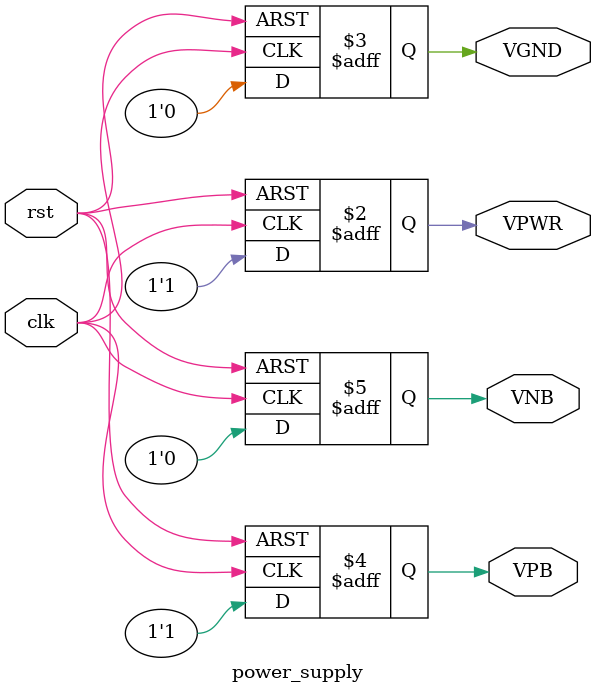
<source format=v>
module power_supply (
  input clk,
  input rst,
  output reg VPWR,
  output reg VGND,
  output reg VPB,
  output reg VNB
);
  always @(posedge clk, posedge rst) begin
    if (rst) begin
      VPWR <= 0;
      VGND <= 0;
      VPB <= 0;
      VNB <= 0;
    end else begin
      VPWR <= 1;
      VGND <= 0;
      VPB <= 1;
      VNB <= 0;
    end
  end
endmodule
</source>
